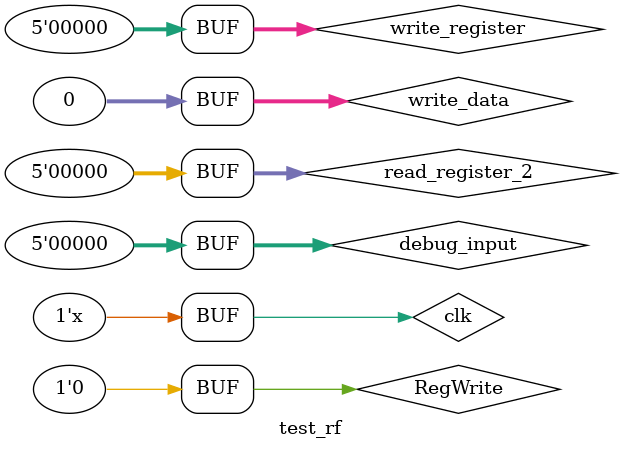
<source format=v>
`timescale 1ns / 1ps


module test_rf;

	// Inputs
	reg clk;
	reg [4:0] read_register_1;
	reg [4:0] read_register_2;
	reg [4:0] write_register;
	reg [4:0] debug_input;
	reg [31:0] write_data;
	reg RegWrite;

	// Outputs
	wire [31:0] read_data_1;
	wire [31:0] read_data_2;
	wire [31:0] debug_output;

	// Instantiate the Unit Under Test (UUT)
	register_file uut (
		.clk(clk), 
		.read_register_1(read_register_1), 
		.read_register_2(read_register_2), 
		.write_register(write_register), 
		.debug_input(debug_input), 
		.write_data(write_data), 
		.RegWrite(RegWrite), 
		.read_data_1(read_data_1), 
		.read_data_2(read_data_2), 
		.debug_output(debug_output)
	);

	initial begin
		// Initialize Inputs
		clk = 0;
		read_register_1 = 0;
		read_register_2 = 0;
		write_register = 0;
		debug_input = 0;
		write_data = 0;
		RegWrite = 0;

		// Wait 100 ns for global reset to finish
		#100;
        
		// Add stimulus here

	end
	
	always @* #10 clk = ~clk;
	always @(posedge clk) begin
		read_register_1 = read_register_1 + 1;
	end
endmodule


</source>
